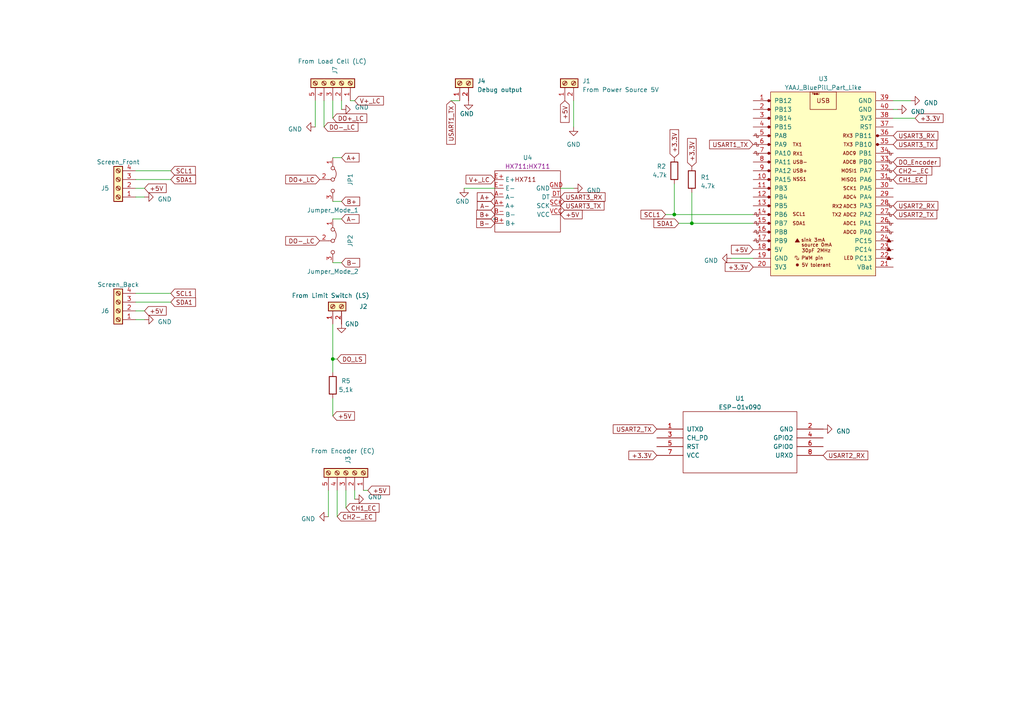
<source format=kicad_sch>
(kicad_sch (version 20230121) (generator eeschema)
  (paper "A4")
  (lib_symbols
    (symbol "Connector:Screw_Terminal_01x02" (pin_names (offset 1.016) hide)
      (property "Reference" "J" (at 0 2.54 0))
      (property "Value" "Screw_Terminal_01x02" (at 0 -5.08 0))
      (symbol "Screw_Terminal_01x02_1_1"
        (rectangle (start -1.27 1.27) (end 1.27 -3.81) (stroke (width 0.254)) (fill (type background)))
        (circle (center 0 -2.54) (radius 0.635) (stroke (width 0.1524)))
        (polyline (pts (xy -0.5334 -2.2098) (xy 0.3302 -3.048)) (stroke (width 0.1524)))
        (polyline (pts (xy -0.5334 0.3302) (xy 0.3302 -0.508)) (stroke (width 0.1524)))
        (polyline (pts (xy -0.3556 -2.032) (xy 0.508 -2.8702)) (stroke (width 0.1524)))
        (polyline (pts (xy -0.3556 0.508) (xy 0.508 -0.3302)) (stroke (width 0.1524)))
        (circle (center 0 0) (radius 0.635) (stroke (width 0.1524)))
        (pin passive line (at -5.08 0 0) (length 3.81) (name "Pin_1") (number "1"))
        (pin passive line (at -5.08 -2.54 0) (length 3.81) (name "Pin_2") (number "2"))
      )
    )
    (symbol "Connector:Screw_Terminal_01x04" (pin_names (offset 1.016) hide)
      (property "Reference" "J" (at 0 5.08 0))
      (property "Value" "Screw_Terminal_01x04" (at 0 -7.62 0))
      (symbol "Screw_Terminal_01x04_1_1"
        (rectangle (start -1.27 3.81) (end 1.27 -6.35) (stroke (width 0.254)) (fill (type background)))
        (circle (center 0 -5.08) (radius 0.635) (stroke (width 0.1524)))
        (circle (center 0 -2.54) (radius 0.635) (stroke (width 0.1524)))
        (polyline (pts (xy -0.5334 -4.7498) (xy 0.3302 -5.588)) (stroke (width 0.1524)))
        (polyline (pts (xy -0.5334 -2.2098) (xy 0.3302 -3.048)) (stroke (width 0.1524)))
        (polyline (pts (xy -0.5334 0.3302) (xy 0.3302 -0.508)) (stroke (width 0.1524)))
        (polyline (pts (xy -0.5334 2.8702) (xy 0.3302 2.032)) (stroke (width 0.1524)))
        (polyline (pts (xy -0.3556 -4.572) (xy 0.508 -5.4102)) (stroke (width 0.1524)))
        (polyline (pts (xy -0.3556 -2.032) (xy 0.508 -2.8702)) (stroke (width 0.1524)))
        (polyline (pts (xy -0.3556 0.508) (xy 0.508 -0.3302)) (stroke (width 0.1524)))
        (polyline (pts (xy -0.3556 3.048) (xy 0.508 2.2098)) (stroke (width 0.1524)))
        (circle (center 0 0) (radius 0.635) (stroke (width 0.1524)))
        (circle (center 0 2.54) (radius 0.635) (stroke (width 0.1524)))
        (pin passive line (at -5.08 2.54 0) (length 3.81) (name "Pin_1") (number "1"))
        (pin passive line (at -5.08 0 0) (length 3.81) (name "Pin_2") (number "2"))
        (pin passive line (at -5.08 -2.54 0) (length 3.81) (name "Pin_3") (number "3"))
        (pin passive line (at -5.08 -5.08 0) (length 3.81) (name "Pin_4") (number "4"))
      )
    )
    (symbol "Connector:Screw_Terminal_01x05" (pin_names (offset 1.016) hide)
      (property "Reference" "J" (at 0 7.62 0))
      (property "Value" "Screw_Terminal_01x05" (at 0 -7.62 0))
      (symbol "Screw_Terminal_01x05_1_1"
        (rectangle (start -1.27 6.35) (end 1.27 -6.35) (stroke (width 0.254)) (fill (type background)))
        (circle (center 0 -5.08) (radius 0.635) (stroke (width 0.1524)))
        (circle (center 0 -2.54) (radius 0.635) (stroke (width 0.1524)))
        (polyline (pts (xy -0.5334 -4.7498) (xy 0.3302 -5.588)) (stroke (width 0.1524)))
        (polyline (pts (xy -0.5334 -2.2098) (xy 0.3302 -3.048)) (stroke (width 0.1524)))
        (polyline (pts (xy -0.5334 0.3302) (xy 0.3302 -0.508)) (stroke (width 0.1524)))
        (polyline (pts (xy -0.5334 2.8702) (xy 0.3302 2.032)) (stroke (width 0.1524)))
        (polyline (pts (xy -0.5334 5.4102) (xy 0.3302 4.572)) (stroke (width 0.1524)))
        (polyline (pts (xy -0.3556 -4.572) (xy 0.508 -5.4102)) (stroke (width 0.1524)))
        (polyline (pts (xy -0.3556 -2.032) (xy 0.508 -2.8702)) (stroke (width 0.1524)))
        (polyline (pts (xy -0.3556 0.508) (xy 0.508 -0.3302)) (stroke (width 0.1524)))
        (polyline (pts (xy -0.3556 3.048) (xy 0.508 2.2098)) (stroke (width 0.1524)))
        (polyline (pts (xy -0.3556 5.588) (xy 0.508 4.7498)) (stroke (width 0.1524)))
        (circle (center 0 0) (radius 0.635) (stroke (width 0.1524)))
        (circle (center 0 2.54) (radius 0.635) (stroke (width 0.1524)))
        (circle (center 0 5.08) (radius 0.635) (stroke (width 0.1524)))
        (pin passive line (at -5.08 5.08 0) (length 3.81) (name "Pin_1") (number "1"))
        (pin passive line (at -5.08 2.54 0) (length 3.81) (name "Pin_2") (number "2"))
        (pin passive line (at -5.08 0 0) (length 3.81) (name "Pin_3") (number "3"))
        (pin passive line (at -5.08 -2.54 0) (length 3.81) (name "Pin_4") (number "4"))
        (pin passive line (at -5.08 -5.08 0) (length 3.81) (name "Pin_5") (number "5"))
      )
    )
    (symbol "Device:R" (pin_numbers hide) (pin_names (offset 0))
      (property "Reference" "R" (at 2.032 0 90))
      (property "Value" "R" (at 0 0 90))
      (symbol "R_0_1"
        (rectangle (start -1.016 -2.54) (end 1.016 2.54) (stroke (width 0.254)))
      )
      (symbol "R_1_1"
        (pin passive line (at 0 3.81 270) (length 1.27) (name "~") (number "1"))
        (pin passive line (at 0 -3.81 90) (length 1.27) (name "~") (number "2"))
      )
    )
    (symbol "ESP8266:ESP-01v090" (pin_names (offset 1.016))
      (property "Reference" "U" (at 0 -2.54 0))
      (property "Value" "ESP-01v090" (at 0 2.54 0))
      (symbol "ESP-01v090_1_0"
        (rectangle (start -16.51 -8.89) (end 16.51 8.89))
      )
      (symbol "ESP-01v090_1_1"
        (pin output line (at -24.13 3.81 0) (length 7.62) (name "UTXD") (number "1"))
        (pin power_in line (at 24.13 3.81 180) (length 7.62) (name "GND") (number "2"))
        (pin input line (at -24.13 1.27 0) (length 7.62) (name "CH_PD") (number "3"))
        (pin tri_state line (at 24.13 1.27 180) (length 7.62) (name "GPIO2") (number "4"))
        (pin input line (at -24.13 -1.27 0) (length 7.62) (name "RST") (number "5"))
        (pin tri_state line (at 24.13 -1.27 180) (length 7.62) (name "GPIO0") (number "6"))
        (pin power_in line (at -24.13 -3.81 0) (length 7.62) (name "VCC") (number "7"))
        (pin input line (at 24.13 -3.81 180) (length 7.62) (name "URXD") (number "8"))
      )
    )
    (symbol "Jumper:Jumper_3_Bridged12" (pin_names (offset 0) hide)
      (property "Reference" "JP" (at -2.54 -2.54 0))
      (property "Value" "Jumper_3_Bridged12" (at 0 2.794 0))
      (symbol "Jumper_3_Bridged12_0_0"
        (circle (center -3.302 0) (radius 0.508))
        (circle (center 0 0) (radius 0.508))
        (circle (center 3.302 0) (radius 0.508))
      )
      (symbol "Jumper_3_Bridged12_0_1"
        (arc (start -0.254 0.508) (mid -1.651 0.9912) (end -3.048 0.508))
        (polyline (pts (xy 0 -1.27) (xy 0 -0.508)))
      )
      (symbol "Jumper_3_Bridged12_1_1"
        (pin passive line (at -6.35 0 0) (length 2.54) (name "A") (number "1"))
        (pin passive line (at 0 -3.81 90) (length 2.54) (name "C") (number "2"))
        (pin passive line (at 6.35 0 180) (length 2.54) (name "B") (number "3"))
      )
    )
    (symbol "New_Library:HX711_Board"
      (property "Reference" "U" (at 0 -1.27 0))
      (property "Footprint" "HX711:HX711" (at 10.16 19.05 0) (show_name))
      (symbol "HX711_Board_0_1"
        (rectangle (start 0 17.78) (end 19.05 0))
      )
      (symbol "HX711_Board_1_1"
        (text "HX711" (at 8.89 15.24 0) (effects (font (size 1.27 1.27))))
        (pin input line (at 0 7.62 0) (length 2.54) (name "A+") (number "A+"))
        (pin input line (at 0 10.16 0) (length 2.54) (name "A-") (number "A-"))
        (pin input line (at 0 2.54 0) (length 2.54) (name "B+") (number "B+"))
        (pin input line (at 0 5.08 0) (length 2.54) (name "B-") (number "B-"))
        (pin output line (at 19.05 10.16 180) (length 2.54) (name "DT") (number "DT"))
        (pin input line (at 0 15.24 0) (length 2.54) (name "E+") (number "E+"))
        (pin input line (at 0 12.7 0) (length 2.54) (name "E-") (number "E-"))
        (pin output line (at 19.05 12.7 180) (length 2.54) (name "GND") (number "GND"))
        (pin output line (at 19.05 7.62 180) (length 2.54) (name "SCK") (number "SCK"))
        (pin output line (at 19.05 5.08 180) (length 2.54) (name "VCC") (number "VCC"))
      )
    )
    (symbol "YAAJ_BluePill_Part_Like:YAAJ_BluePill_Part_Like" (pin_names (offset 1.016))
      (property "Reference" "U" (at -12.7 25.4 0))
      (property "Value" "YAAJ_BluePill_Part_Like" (at 0 2.54 90))
      (symbol "YAAJ_BluePill_Part_Like_0_0"
        (circle (center -15.748 -20.32) (radius 0.3556) (fill (type outline)))
        (circle (center -15.748 -17.78) (radius 0.3556) (fill (type outline)))
        (circle (center -15.748 -15.24) (radius 0.3556) (fill (type outline)))
        (circle (center -15.748 -12.7) (radius 0.3556) (fill (type outline)))
        (circle (center -15.748 -10.16) (radius 0.3556) (fill (type outline)))
        (circle (center -15.748 -7.62) (radius 0.3556) (fill (type outline)))
        (circle (center -15.748 -5.08) (radius 0.3556) (fill (type outline)))
        (circle (center -15.748 -2.54) (radius 0.3556) (fill (type outline)))
        (circle (center -15.748 0) (radius 0.3556) (fill (type outline)))
        (circle (center -15.748 2.54) (radius 0.3556) (fill (type outline)))
        (circle (center -15.748 5.08) (radius 0.3556) (fill (type outline)))
        (circle (center -15.748 7.62) (radius 0.3556) (fill (type outline)))
        (circle (center -15.748 10.16) (radius 0.3556) (fill (type outline)))
        (circle (center -15.748 12.7) (radius 0.3556) (fill (type outline)))
        (circle (center -15.748 15.24) (radius 0.3556) (fill (type outline)))
        (circle (center -15.748 17.78) (radius 0.3556) (fill (type outline)))
        (circle (center -15.748 22.86) (radius 0.3556) (fill (type outline)))
        (circle (center -7.493 -24.765) (radius 0.127) (fill (type outline)))
        (circle (center -7.493 -24.765) (radius 0.254))
        (circle (center -7.493 -24.765) (radius 0.3556))
        (polyline (pts (xy -8.128 -18.161) (xy -7.493 -17.145) (xy -6.858 -18.161) (xy -8.128 -18.161) (xy -7.493 -17.272) (xy -6.985 -18.161) (xy -8.001 -18.034) (xy -7.493 -17.399) (xy -7.112 -18.161) (xy -7.874 -17.907) (xy -7.366 -17.526) (xy -7.239 -18.161) (xy -7.747 -17.78) (xy -7.239 -17.653) (xy -7.366 -18.034) (xy -7.62 -17.78) (xy -7.366 -17.907) (xy -7.493 -17.653)))
        (polyline (pts (xy 18.415 -23.241) (xy 19.05 -22.225) (xy 19.685 -23.241) (xy 18.415 -23.241) (xy 19.05 -22.352) (xy 19.558 -23.241) (xy 18.542 -23.114) (xy 19.05 -22.479) (xy 19.431 -23.241) (xy 18.669 -22.987) (xy 19.177 -22.606) (xy 19.304 -23.241) (xy 18.796 -22.86) (xy 19.304 -22.733) (xy 19.177 -23.114) (xy 18.923 -22.86) (xy 19.177 -22.987) (xy 19.05 -22.733)))
        (polyline (pts (xy 18.415 -20.701) (xy 19.05 -19.685) (xy 19.685 -20.701) (xy 18.415 -20.701) (xy 19.05 -19.812) (xy 19.558 -20.701) (xy 18.542 -20.574) (xy 19.05 -19.939) (xy 19.431 -20.701) (xy 18.669 -20.447) (xy 19.177 -20.066) (xy 19.304 -20.701) (xy 18.796 -20.32) (xy 19.304 -20.193) (xy 19.177 -20.574) (xy 18.923 -20.32) (xy 19.177 -20.447) (xy 19.05 -20.193)))
        (polyline (pts (xy 18.415 -18.161) (xy 19.05 -17.145) (xy 19.685 -18.161) (xy 18.415 -18.161) (xy 19.05 -17.272) (xy 19.558 -18.161) (xy 18.542 -18.034) (xy 19.05 -17.399) (xy 19.431 -18.161) (xy 18.669 -17.907) (xy 19.177 -17.526) (xy 19.304 -18.161) (xy 18.796 -17.78) (xy 19.304 -17.653) (xy 19.177 -18.034) (xy 18.923 -17.78) (xy 19.177 -17.907) (xy 19.05 -17.653)))
        (circle (center 15.748 10.16) (radius 0.254) (fill (type outline)))
        (circle (center 15.748 10.16) (radius 0.3556))
        (circle (center 15.748 12.7) (radius 0.254) (fill (type outline)))
        (circle (center 15.748 12.7) (radius 0.3556))
        (text "30pF 2MHz" (at -2.032 -20.574 0) (effects (font (size 0.9906 0.9906))))
        (text "5V tolerant" (at -2.032 -24.765 0) (effects (font (size 0.9906 0.9906))))
        (text "ADC0" (at 7.747 -15.24 0) (effects (font (size 0.9906 0.9906))))
        (text "ADC1" (at 7.747 -12.7 0) (effects (font (size 0.9906 0.9906))))
        (text "ADC2" (at 7.747 -10.16 0) (effects (font (size 0.9906 0.9906))))
        (text "ADC3" (at 7.747 -7.747 0) (effects (font (size 0.9906 0.9906))))
        (text "ADC4" (at 7.747 -5.08 0) (effects (font (size 0.9906 0.9906))))
        (text "ADC8" (at 7.62 5.08 0) (effects (font (size 0.9906 0.9906))))
        (text "ADC9" (at 7.62 7.62 0) (effects (font (size 0.9906 0.9906))))
        (text "LED" (at 7.366 -22.733 0) (effects (font (size 0.9906 0.9906))))
        (text "MISO1" (at 7.493 0 0) (effects (font (size 0.9906 0.9906))))
        (text "MOSI1" (at 7.493 2.54 0) (effects (font (size 0.9906 0.9906))))
        (text "NSS1" (at -6.858 0.127 0) (effects (font (size 0.9906 0.9906))))
        (text "PWM pin" (at -3.175 -22.733 0) (effects (font (size 0.9906 0.9906))))
        (text "RX1" (at -7.366 7.493 0) (effects (font (size 0.9906 0.9906))))
        (text "RX2" (at 4.064 -7.747 0) (effects (font (size 0.9906 0.9906))))
        (text "RX3" (at 7.112 12.7 0) (effects (font (size 0.9906 0.9906))))
        (text "SCK1" (at 7.747 -2.54 0) (effects (font (size 0.9906 0.9906))))
        (text "SCL1" (at -6.985 -10.033 0) (effects (font (size 0.9906 0.9906))))
        (text "SDA1" (at -6.985 -12.7 0) (effects (font (size 0.9906 0.9906))))
        (text "sink 3mA" (at -2.921 -17.526 0) (effects (font (size 0.9906 0.9906))))
        (text "source 0mA" (at -1.905 -18.923 0) (effects (font (size 0.9906 0.9906))))
        (text "TX1" (at -7.493 10.16 0) (effects (font (size 0.9906 0.9906))))
        (text "TX2" (at 3.937 -10.16 0) (effects (font (size 0.9906 0.9906))))
        (text "TX3" (at 7.239 10.16 0) (effects (font (size 0.9906 0.9906))))
        (text "USB" (at 0 22.86 0) (effects (font (size 1.27 1.27))))
        (text "USB+" (at -6.731 2.54 0) (effects (font (size 0.9906 0.9906))))
        (text "USB-" (at -6.731 5.08 0) (effects (font (size 0.9906 0.9906))))
        (text "Y@@J" (at -2.159 24.892 0) (effects (font (size 0.508 0.508))))
      )
      (symbol "YAAJ_BluePill_Part_Like_0_1"
        (rectangle (start -15.24 25.4) (end 15.24 -27.94) (fill (type background)))
        (polyline (pts (xy -18.796 -17.78) (xy -18.796 -18.288) (xy -19.304 -18.288) (xy -19.304 -17.272) (xy -19.812 -17.272) (xy -19.812 -17.78)))
        (polyline (pts (xy -18.796 -15.24) (xy -18.796 -15.748) (xy -19.304 -15.748) (xy -19.304 -14.732) (xy -19.812 -14.732) (xy -19.812 -15.24)))
        (polyline (pts (xy -18.796 -12.7) (xy -18.796 -13.208) (xy -19.304 -13.208) (xy -19.304 -12.192) (xy -19.812 -12.192) (xy -19.812 -12.7)))
        (polyline (pts (xy -18.796 -10.16) (xy -18.796 -10.668) (xy -19.304 -10.668) (xy -19.304 -9.652) (xy -19.812 -9.652) (xy -19.812 -10.16)))
        (polyline (pts (xy -18.796 7.62) (xy -18.796 7.112) (xy -19.304 7.112) (xy -19.304 8.128) (xy -19.812 8.128) (xy -19.812 7.62)))
        (polyline (pts (xy -18.796 10.16) (xy -18.796 9.652) (xy -19.304 9.652) (xy -19.304 10.668) (xy -19.812 10.668) (xy -19.812 10.16)))
        (polyline (pts (xy -18.796 12.7) (xy -18.796 12.192) (xy -19.304 12.192) (xy -19.304 13.208) (xy -19.812 13.208) (xy -19.812 12.7)))
        (polyline (pts (xy -7.112 -22.733) (xy -7.112 -23.241) (xy -7.62 -23.241) (xy -7.62 -22.225) (xy -8.128 -22.225) (xy -8.128 -22.733)))
        (polyline (pts (xy 19.812 -15.24) (xy 19.812 -15.748) (xy 19.304 -15.748) (xy 19.304 -14.732) (xy 18.796 -14.732) (xy 18.796 -15.24)))
        (polyline (pts (xy 19.812 -12.7) (xy 19.812 -13.208) (xy 19.304 -13.208) (xy 19.304 -12.192) (xy 18.796 -12.192) (xy 18.796 -12.7)))
        (polyline (pts (xy 19.812 -10.16) (xy 19.812 -10.668) (xy 19.304 -10.668) (xy 19.304 -9.652) (xy 18.796 -9.652) (xy 18.796 -10.16)))
        (polyline (pts (xy 19.812 -7.62) (xy 19.812 -8.128) (xy 19.304 -8.128) (xy 19.304 -7.112) (xy 18.796 -7.112) (xy 18.796 -7.62)))
        (polyline (pts (xy 19.812 0) (xy 19.812 -0.508) (xy 19.304 -0.508) (xy 19.304 0.508) (xy 18.796 0.508) (xy 18.796 0)))
        (polyline (pts (xy 19.812 2.54) (xy 19.812 2.032) (xy 19.304 2.032) (xy 19.304 3.048) (xy 18.796 3.048) (xy 18.796 2.54)))
        (polyline (pts (xy 19.812 5.08) (xy 19.812 4.572) (xy 19.304 4.572) (xy 19.304 5.588) (xy 18.796 5.588) (xy 18.796 5.08)))
        (polyline (pts (xy 19.812 7.62) (xy 19.812 7.112) (xy 19.304 7.112) (xy 19.304 8.128) (xy 18.796 8.128) (xy 18.796 7.62)))
        (rectangle (start 3.81 25.4) (end -3.81 20.32))
      )
      (symbol "YAAJ_BluePill_Part_Like_1_1"
        (circle (center -15.748 20.32) (radius 0.3556) (fill (type outline)))
        (pin bidirectional line (at -20.32 22.86 0) (length 5.08) (name "PB12") (number "1"))
        (pin bidirectional line (at -20.32 0 0) (length 5.08) (name "PA15") (number "10"))
        (pin bidirectional line (at -20.32 -2.54 0) (length 5.08) (name "PB3") (number "11"))
        (pin bidirectional line (at -20.32 -5.08 0) (length 5.08) (name "PB4") (number "12"))
        (pin bidirectional line (at -20.32 -7.62 0) (length 5.08) (name "PB5") (number "13"))
        (pin bidirectional line (at -20.32 -10.16 0) (length 5.08) (name "PB6") (number "14"))
        (pin bidirectional line (at -20.32 -12.7 0) (length 5.08) (name "PB7") (number "15"))
        (pin bidirectional line (at -20.32 -15.24 0) (length 5.08) (name "PB8") (number "16"))
        (pin bidirectional line (at -20.32 -17.78 0) (length 5.08) (name "PB9") (number "17"))
        (pin power_in line (at -20.32 -20.32 0) (length 5.08) (name "5V") (number "18"))
        (pin power_in line (at -20.32 -22.86 0) (length 5.08) (name "GND") (number "19"))
        (pin bidirectional line (at -20.32 20.32 0) (length 5.08) (name "PB13") (number "2"))
        (pin power_in line (at -20.32 -25.4 0) (length 5.08) (name "3V3") (number "20"))
        (pin power_in line (at 20.32 -25.4 180) (length 5.08) (name "VBat") (number "21"))
        (pin bidirectional line (at 20.32 -22.86 180) (length 5.08) (name "PC13") (number "22"))
        (pin bidirectional line (at 20.32 -20.32 180) (length 5.08) (name "PC14") (number "23"))
        (pin bidirectional line (at 20.32 -17.78 180) (length 5.08) (name "PC15") (number "24"))
        (pin bidirectional line (at 20.32 -15.24 180) (length 5.08) (name "PA0") (number "25"))
        (pin bidirectional line (at 20.32 -12.7 180) (length 5.08) (name "PA1") (number "26"))
        (pin bidirectional line (at 20.32 -10.16 180) (length 5.08) (name "PA2") (number "27"))
        (pin bidirectional line (at 20.32 -7.62 180) (length 5.08) (name "PA3") (number "28"))
        (pin bidirectional line (at 20.32 -5.08 180) (length 5.08) (name "PA4") (number "29"))
        (pin bidirectional line (at -20.32 17.78 0) (length 5.08) (name "PB14") (number "3"))
        (pin bidirectional line (at 20.32 -2.54 180) (length 5.08) (name "PA5") (number "30"))
        (pin bidirectional line (at 20.32 0 180) (length 5.08) (name "PA6") (number "31"))
        (pin bidirectional line (at 20.32 2.54 180) (length 5.08) (name "PA7") (number "32"))
        (pin bidirectional line (at 20.32 5.08 180) (length 5.08) (name "PB0") (number "33"))
        (pin bidirectional line (at 20.32 7.62 180) (length 5.08) (name "PB1") (number "34"))
        (pin bidirectional line (at 20.32 10.16 180) (length 5.08) (name "PB10") (number "35"))
        (pin bidirectional line (at 20.32 12.7 180) (length 5.08) (name "PB11") (number "36"))
        (pin input line (at 20.32 15.24 180) (length 5.08) (name "RST") (number "37"))
        (pin power_in line (at 20.32 17.78 180) (length 5.08) (name "3V3") (number "38"))
        (pin power_in line (at 20.32 22.86 180) (length 5.08) (name "GND") (number "39"))
        (pin bidirectional line (at -20.32 15.24 0) (length 5.08) (name "PB15") (number "4"))
        (pin power_in line (at 20.32 20.32 180) (length 5.08) (name "GND") (number "40"))
        (pin bidirectional line (at -20.32 12.7 0) (length 5.08) (name "PA8") (number "5"))
        (pin bidirectional line (at -20.32 10.16 0) (length 5.08) (name "PA9") (number "6"))
        (pin bidirectional line (at -20.32 7.62 0) (length 5.08) (name "PA10") (number "7"))
        (pin bidirectional line (at -20.32 5.08 0) (length 5.08) (name "PA11") (number "8"))
        (pin bidirectional line (at -20.32 2.54 0) (length 5.08) (name "PA12") (number "9"))
      )
    )
    (symbol "power:GND" (power) (pin_names (offset 0))
      (property "Value" "GND" (at 0 -3.81 0))
      (symbol "GND_0_1"
        (polyline (pts (xy 0 0) (xy 0 -1.27) (xy 1.27 -1.27) (xy 0 -2.54) (xy -1.27 -1.27) (xy 0 -1.27)))
      )
      (symbol "GND_1_1"
        (pin power_in line (at 0 0 270) (length 0) hide (name "GND") (number "1"))
      )
    )
  )
  (junction (at 200.66 64.77))
  (junction (at 96.52 104.14))
  (junction (at 195.58 62.23))
  (wire (pts (xy 97.79 104.14) (xy 96.52 104.14)))
  (wire (pts (xy 96.52 115.57) (xy 96.52 120.65)))
  (wire (pts (xy 100.33 147.32) (xy 100.33 142.24)))
  (wire (pts (xy 93.98 36.83) (xy 93.98 29.21)))
  (wire (pts (xy 99.06 63.5) (xy 96.52 63.5)))
  (wire (pts (xy 39.37 52.07) (xy 49.53 52.07)))
  (wire (pts (xy 99.06 76.2) (xy 96.52 76.2)))
  (wire (pts (xy 102.87 144.78) (xy 102.87 142.24)))
  (wire (pts (xy 130.81 29.21) (xy 133.35 29.21)))
  (wire (pts (xy 195.58 62.23) (xy 218.44 62.23)))
  (wire (pts (xy 39.37 57.15) (xy 41.91 57.15)))
  (wire (pts (xy 39.37 92.71) (xy 41.91 92.71)))
  (wire (pts (xy 39.37 54.61) (xy 41.91 54.61)))
  (wire (pts (xy 96.52 104.14) (xy 96.52 107.95)))
  (wire (pts (xy 196.85 64.77) (xy 200.66 64.77)))
  (wire (pts (xy 102.87 29.21) (xy 101.6 29.21)))
  (wire (pts (xy 212.09 74.93) (xy 218.44 74.93)))
  (wire (pts (xy 166.37 29.21) (xy 166.37 36.83)))
  (wire (pts (xy 96.52 34.29) (xy 96.52 29.21)))
  (wire (pts (xy 91.44 36.83) (xy 91.44 29.21)))
  (wire (pts (xy 97.79 149.86) (xy 97.79 142.24)))
  (wire (pts (xy 260.35 31.75) (xy 259.08 31.75)))
  (wire (pts (xy 264.16 29.21) (xy 259.08 29.21)))
  (wire (pts (xy 99.06 58.42) (xy 96.52 58.42)))
  (wire (pts (xy 195.58 53.34) (xy 195.58 62.23)))
  (wire (pts (xy 200.66 64.77) (xy 218.44 64.77)))
  (wire (pts (xy 193.04 62.23) (xy 195.58 62.23)))
  (wire (pts (xy 134.62 54.61) (xy 143.51 54.61)))
  (wire (pts (xy 265.43 34.29) (xy 259.08 34.29)))
  (wire (pts (xy 166.37 54.61) (xy 162.56 54.61)))
  (wire (pts (xy 39.37 87.63) (xy 49.53 87.63)))
  (wire (pts (xy 106.68 142.24) (xy 105.41 142.24)))
  (wire (pts (xy 39.37 49.53) (xy 49.53 49.53)))
  (wire (pts (xy 95.25 149.86) (xy 95.25 142.24)))
  (wire (pts (xy 200.66 55.88) (xy 200.66 64.77)))
  (wire (pts (xy 96.52 93.98) (xy 96.52 104.14)))
  (wire (pts (xy 99.06 45.72) (xy 96.52 45.72)))
  (wire (pts (xy 39.37 85.09) (xy 49.53 85.09)))
  (wire (pts (xy 99.06 29.21) (xy 99.06 31.75)))
  (wire (pts (xy 39.37 90.17) (xy 41.91 90.17)))
  (global_label "DO_Encoder" (shape input) (at 259.08 46.99 0) (property "Intersheetrefs" "${INTERSHEET_REFS}" (effects hide)))
  (global_label "USART3_TX" (shape input) (at 259.08 41.91 0) (property "Intersheetrefs" "${INTERSHEET_REFS}" (effects hide)))
  (global_label "SCL1" (shape input) (at 49.53 49.53 0) (property "Intersheetrefs" "${INTERSHEET_REFS}" (effects hide)))
  (global_label "+5V" (shape input) (at 41.91 54.61 0) (property "Intersheetrefs" "${INTERSHEET_REFS}" (effects hide)))
  (global_label "B+" (shape input) (at 99.06 58.42 0) (property "Intersheetrefs" "${INTERSHEET_REFS}" (effects hide)))
  (global_label "SDA1" (shape input) (at 49.53 87.63 0) (property "Intersheetrefs" "${INTERSHEET_REFS}" (effects hide)))
  (global_label "SCL1" (shape input) (at 193.04 62.23 180) (property "Intersheetrefs" "${INTERSHEET_REFS}" (effects hide)))
  (global_label "A-" (shape input) (at 99.06 63.5 0) (property "Intersheetrefs" "${INTERSHEET_REFS}" (effects hide)))
  (global_label "SDA1" (shape input) (at 49.53 52.07 0) (property "Intersheetrefs" "${INTERSHEET_REFS}" (effects hide)))
  (global_label "DO+_LC" (shape input) (at 96.52 34.29 0) (property "Intersheetrefs" "${INTERSHEET_REFS}" (effects hide)))
  (global_label "CH1_EC" (shape input) (at 100.33 147.32 0) (property "Intersheetrefs" "${INTERSHEET_REFS}" (effects hide)))
  (global_label "A+" (shape input) (at 99.06 45.72 0) (property "Intersheetrefs" "${INTERSHEET_REFS}" (effects hide)))
  (global_label "A-" (shape input) (at 143.51 59.69 180) (property "Intersheetrefs" "${INTERSHEET_REFS}" (effects hide)))
  (global_label "+5V" (shape input) (at 163.83 29.21 270) (property "Intersheetrefs" "${INTERSHEET_REFS}" (effects hide)))
  (global_label "USART3_TX" (shape input) (at 162.56 59.69 0) (property "Intersheetrefs" "${INTERSHEET_REFS}" (effects hide)))
  (global_label "+3.3V" (shape input) (at 218.44 77.47 180) (property "Intersheetrefs" "${INTERSHEET_REFS}" (effects hide)))
  (global_label "USART2_RX" (shape input) (at 238.76 132.08 0) (property "Intersheetrefs" "${INTERSHEET_REFS}" (effects hide)))
  (global_label "B-" (shape input) (at 143.51 64.77 180) (property "Intersheetrefs" "${INTERSHEET_REFS}" (effects hide)))
  (global_label "SCL1" (shape input) (at 49.53 85.09 0) (property "Intersheetrefs" "${INTERSHEET_REFS}" (effects hide)))
  (global_label "+5V" (shape input) (at 162.56 62.23 0) (property "Intersheetrefs" "${INTERSHEET_REFS}" (effects hide)))
  (global_label "USART2_TX" (shape input) (at 259.08 62.23 0) (property "Intersheetrefs" "${INTERSHEET_REFS}" (effects hide)))
  (global_label "USART1_TX" (shape input) (at 130.81 29.21 270) (property "Intersheetrefs" "${INTERSHEET_REFS}" (effects hide)))
  (global_label "USART1_TX" (shape input) (at 218.44 41.91 180) (property "Intersheetrefs" "${INTERSHEET_REFS}" (effects hide)))
  (global_label "+5V" (shape input) (at 106.68 142.24 0) (property "Intersheetrefs" "${INTERSHEET_REFS}" (effects hide)))
  (global_label "V+_LC" (shape input) (at 143.51 52.07 180) (property "Intersheetrefs" "${INTERSHEET_REFS}" (effects hide)))
  (global_label "+3.3V" (shape input) (at 195.58 45.72 90) (property "Intersheetrefs" "${INTERSHEET_REFS}" (effects hide)))
  (global_label "USART2_RX" (shape input) (at 259.08 59.69 0) (property "Intersheetrefs" "${INTERSHEET_REFS}" (effects hide)))
  (global_label "USART3_RX" (shape input) (at 162.56 57.15 0) (property "Intersheetrefs" "${INTERSHEET_REFS}" (effects hide)))
  (global_label "+3.3V" (shape input) (at 200.66 48.26 90) (property "Intersheetrefs" "${INTERSHEET_REFS}" (effects hide)))
  (global_label "A+" (shape input) (at 143.51 57.15 180) (property "Intersheetrefs" "${INTERSHEET_REFS}" (effects hide)))
  (global_label "B+" (shape input) (at 143.51 62.23 180) (property "Intersheetrefs" "${INTERSHEET_REFS}" (effects hide)))
  (global_label "+3.3V" (shape input) (at 265.43 34.29 0) (property "Intersheetrefs" "${INTERSHEET_REFS}" (effects hide)))
  (global_label "B-" (shape input) (at 99.06 76.2 0) (property "Intersheetrefs" "${INTERSHEET_REFS}" (effects hide)))
  (global_label "SDA1" (shape input) (at 196.85 64.77 180) (property "Intersheetrefs" "${INTERSHEET_REFS}" (effects hide)))
  (global_label "+3.3V" (shape input) (at 190.5 132.08 180) (property "Intersheetrefs" "${INTERSHEET_REFS}" (effects hide)))
  (global_label "CH1_EC" (shape input) (at 259.08 52.07 0) (property "Intersheetrefs" "${INTERSHEET_REFS}" (effects hide)))
  (global_label "+5V" (shape input) (at 41.91 90.17 0) (property "Intersheetrefs" "${INTERSHEET_REFS}" (effects hide)))
  (global_label "V+_LC" (shape input) (at 102.87 29.21 0) (property "Intersheetrefs" "${INTERSHEET_REFS}" (effects hide)))
  (global_label "CH2-_EC" (shape input) (at 97.79 149.86 0) (property "Intersheetrefs" "${INTERSHEET_REFS}" (effects hide)))
  (global_label "DO+_LC" (shape input) (at 92.71 52.07 180) (property "Intersheetrefs" "${INTERSHEET_REFS}" (effects hide)))
  (global_label "USART2_TX" (shape input) (at 190.5 124.46 180) (property "Intersheetrefs" "${INTERSHEET_REFS}" (effects hide)))
  (global_label "CH2-_EC" (shape input) (at 259.08 49.53 0) (property "Intersheetrefs" "${INTERSHEET_REFS}" (effects hide)))
  (global_label "+5V" (shape input) (at 96.52 120.65 0) (property "Intersheetrefs" "${INTERSHEET_REFS}" (effects hide)))
  (global_label "USART3_RX" (shape input) (at 259.08 39.37 0) (property "Intersheetrefs" "${INTERSHEET_REFS}" (effects hide)))
  (global_label "DO_LS" (shape input) (at 97.79 104.14 0) (property "Intersheetrefs" "${INTERSHEET_REFS}" (effects hide)))
  (global_label "+5V" (shape input) (at 218.44 72.39 180) (property "Intersheetrefs" "${INTERSHEET_REFS}" (effects hide)))
  (global_label "DO-_LC" (shape input) (at 92.71 69.85 180) (property "Intersheetrefs" "${INTERSHEET_REFS}" (effects hide)))
  (global_label "DO-_LC" (shape input) (at 93.98 36.83 0) (property "Intersheetrefs" "${INTERSHEET_REFS}" (effects hide)))
  (symbol (lib_id "Connector:Screw_Terminal_01x04") (at 34.29 54.61 180) (unit 1)
    (property "Reference" "J5" (at 30.48 54.61 0))
    (property "Value" "Screen_Front" (at 34.29 46.99 0))
    (property "Footprint" "TerminalBlock_TE-Connectivity:TerminalBlock_TE_282834-4_1x04_P2.54mm_Horizontal" (effects hide))
  )
  (symbol (lib_id "Device:R") (at 96.52 111.76 0) (unit 1)
    (property "Reference" "R5" (at 100.33 110.49 0))
    (property "Value" "5,1k" (at 100.33 113.03 0))
    (property "Footprint" "Resistor_THT:R_Axial_DIN0207_L6.3mm_D2.5mm_P10.16mm_Horizontal" (effects hide))
  )
  (symbol (lib_id "power:GND") (at 264.16 29.21 90) (unit 1)
    (property "Reference" "#PWR06" (effects hide))
    (property "Value" "GND" (at 267.97 29.845 90) (effects (justify right)))
  )
  (symbol (lib_id "Connector:Screw_Terminal_01x02") (at 96.52 88.9 90) (unit 1)
    (property "Reference" "J2" (at 105.41 88.9 90))
    (property "Value" "From Limit Switch (LS)" (at 95.885 85.725 90))
    (property "Footprint" "TerminalBlock_TE-Connectivity:TerminalBlock_TE_282834-2_1x02_P2.54mm_Horizontal" (effects hide))
  )
  (symbol (lib_id "Jumper:Jumper_3_Bridged12") (at 96.52 69.85 270) (unit 1)
    (property "Reference" "JP2" (at 101.6 69.85 0))
    (property "Value" "Jumper_Mode_2" (at 96.52 78.74 90))
    (property "Footprint" "Connector_PinHeader_2.54mm:PinHeader_1x03_P2.54mm_Vertical" (effects hide))
  )
  (symbol (lib_id "Connector:Screw_Terminal_01x02") (at 163.83 24.13 90) (unit 1)
    (property "Reference" "J1" (at 168.91 23.495 90) (effects (justify right)))
    (property "Value" "From Power Source 5V" (at 168.91 26.035 90) (effects (justify right)))
    (property "Footprint" "TerminalBlock_TE-Connectivity:TerminalBlock_TE_282834-2_1x02_P2.54mm_Horizontal" (effects hide))
  )
  (symbol (lib_id "power:GND") (at 91.44 36.83 270) (mirror x) (unit 1)
    (property "Reference" "#PWR07" (effects hide))
    (property "Value" "GND" (at 87.63 37.465 90) (effects (justify right)))
  )
  (symbol (lib_id "Device:R") (at 195.58 49.53 0) (unit 1)
    (property "Reference" "R2" (at 190.5 48.26 0) (effects (justify left)))
    (property "Value" "4.7k" (at 189.23 50.8 0) (effects (justify left)))
    (property "Footprint" "Resistor_THT:R_Axial_DIN0207_L6.3mm_D2.5mm_P10.16mm_Horizontal" (effects hide))
  )
  (symbol (lib_id "power:GND") (at 99.06 93.98 0) (unit 1)
    (property "Reference" "#PWR08" (effects hide))
    (property "Value" "GND" (at 104.14 93.98 0) (effects (justify right)))
  )
  (symbol (lib_id "power:GND") (at 212.09 74.93 270) (unit 1)
    (property "Reference" "#PWR013" (effects hide))
    (property "Value" "GND" (at 208.28 75.565 90) (effects (justify right)))
  )
  (symbol (lib_id "power:GND") (at 238.76 124.46 90) (unit 1)
    (property "Reference" "#PWR05" (effects hide))
    (property "Value" "GND" (at 242.57 125.095 90) (effects (justify right)))
  )
  (symbol (lib_id "Connector:Screw_Terminal_01x05") (at 100.33 137.16 270) (mirror x) (unit 1)
    (property "Reference" "J3" (at 100.965 134.62 0) (effects (justify left)))
    (property "Value" "From Encoder (EC)" (at 90.17 130.81 90) (effects (justify left)))
    (property "Footprint" "TerminalBlock_TE-Connectivity:TerminalBlock_TE_282834-5_1x05_P2.54mm_Horizontal" (effects hide))
  )
  (symbol (lib_id "New_Library:HX711_Board") (at 143.51 67.31 0) (unit 1)
    (property "Reference" "U4" (at 153.035 45.72 0))
    (property "Value" "~" (at 143.51 63.5 0))
    (property "Footprint" "HX711:HX711" (at 153.035 48.26 0))
  )
  (symbol (lib_id "Jumper:Jumper_3_Bridged12") (at 96.52 52.07 270) (unit 1)
    (property "Reference" "JP1" (at 101.6 52.07 0))
    (property "Value" "Jumper_Mode_1" (at 96.52 60.96 90))
    (property "Footprint" "Connector_PinHeader_2.54mm:PinHeader_1x03_P2.54mm_Vertical" (effects hide))
  )
  (symbol (lib_id "ESP8266:ESP-01v090") (at 214.63 128.27 0) (unit 1)
    (property "Reference" "U1" (at 214.63 115.57 0))
    (property "Value" "ESP-01v090" (at 214.63 118.11 0))
    (property "Footprint" "ESP8266:ESP-01" (effects hide))
    (property "Datasheet" "http://l0l.org.uk/2014/12/esp8266-modules-hardware-guide-gotta-catch-em-all/" (effects hide))
  )
  (symbol (lib_id "power:GND") (at 134.62 54.61 0) (mirror y) (unit 1)
    (property "Reference" "#PWR09" (effects hide))
    (property "Value" "GND" (at 132.08 58.42 0) (effects (justify right)))
  )
  (symbol (lib_id "Connector:Screw_Terminal_01x05") (at 96.52 24.13 270) (mirror x) (unit 1)
    (property "Reference" "J7" (at 97.155 21.59 0) (effects (justify left)))
    (property "Value" "From Load Cell (LC)" (at 86.36 17.78 90) (effects (justify left)))
    (property "Footprint" "TerminalBlock_TE-Connectivity:TerminalBlock_TE_282834-5_1x05_P2.54mm_Horizontal" (effects hide))
  )
  (symbol (lib_id "YAAJ_BluePill_Part_Like:YAAJ_BluePill_Part_Like") (at 238.76 52.07 0) (unit 1)
    (property "Reference" "U3" (at 238.76 22.86 0))
    (property "Value" "YAAJ_BluePill_Part_Like" (at 238.76 25.4 0))
    (property "Footprint" "Footprints:YAAJ_BluePill_1" (effects hide))
  )
  (symbol (lib_id "power:GND") (at 41.91 57.15 90) (unit 1)
    (property "Reference" "#PWR012" (effects hide))
    (property "Value" "GND" (at 45.72 57.785 90) (effects (justify right)))
  )
  (symbol (lib_id "power:GND") (at 95.25 149.86 270) (mirror x) (unit 1)
    (property "Reference" "#PWR010" (effects hide))
    (property "Value" "GND" (at 91.44 150.495 90) (effects (justify right)))
  )
  (symbol (lib_id "power:GND") (at 41.91 92.71 90) (unit 1)
    (property "Reference" "#PWR04" (effects hide))
    (property "Value" "GND" (at 45.72 93.345 90) (effects (justify right)))
  )
  (symbol (lib_id "power:GND") (at 260.35 31.75 90) (unit 1)
    (property "Reference" "#PWR02" (effects hide))
    (property "Value" "GND" (at 264.16 32.385 90) (effects (justify right)))
  )
  (symbol (lib_id "power:GND") (at 102.87 144.78 90) (mirror x) (unit 1)
    (property "Reference" "#PWR011" (effects hide))
    (property "Value" "GND" (at 106.68 144.145 90) (effects (justify right)))
  )
  (symbol (lib_id "power:GND") (at 166.37 36.83 0) (unit 1)
    (property "Reference" "#PWR01" (effects hide))
    (property "Value" "GND" (at 166.37 41.91 0))
  )
  (symbol (lib_id "Connector:Screw_Terminal_01x04") (at 34.29 90.17 180) (unit 1)
    (property "Reference" "J6" (at 30.48 90.17 0))
    (property "Value" "Screen_Back" (at 34.29 82.55 0))
    (property "Footprint" "TerminalBlock_TE-Connectivity:TerminalBlock_TE_282834-4_1x04_P2.54mm_Horizontal" (effects hide))
  )
  (symbol (lib_id "Connector:Screw_Terminal_01x02") (at 133.35 24.13 90) (unit 1)
    (property "Reference" "J4" (at 138.43 23.495 90) (effects (justify right)))
    (property "Value" "Debug output" (at 138.43 26.035 90) (effects (justify right)))
    (property "Footprint" "TerminalBlock_TE-Connectivity:TerminalBlock_TE_282834-2_1x02_P2.54mm_Horizontal" (effects hide))
  )
  (symbol (lib_id "power:GND") (at 166.37 54.61 90) (unit 1)
    (property "Reference" "#PWR03" (effects hide))
    (property "Value" "GND" (at 170.18 55.245 90) (effects (justify right)))
  )
  (symbol (lib_id "Device:R") (at 200.66 52.07 0) (unit 1)
    (property "Reference" "R1" (at 203.2 51.435 0) (effects (justify left)))
    (property "Value" "4.7k" (at 203.2 53.975 0) (effects (justify left)))
    (property "Footprint" "Resistor_THT:R_Axial_DIN0207_L6.3mm_D2.5mm_P10.16mm_Horizontal" (effects hide))
  )
  (symbol (lib_id "power:GND") (at 99.06 31.75 90) (mirror x) (unit 1)
    (property "Reference" "#PWR015" (effects hide))
    (property "Value" "GND" (at 102.87 31.115 90) (effects (justify right)))
  )
  (symbol (lib_id "power:GND") (at 135.89 29.21 0) (mirror y) (unit 1)
    (property "Reference" "#PWR014" (effects hide))
    (property "Value" "GND" (at 133.35 33.02 0) (effects (justify right)))
  )
)
</source>
